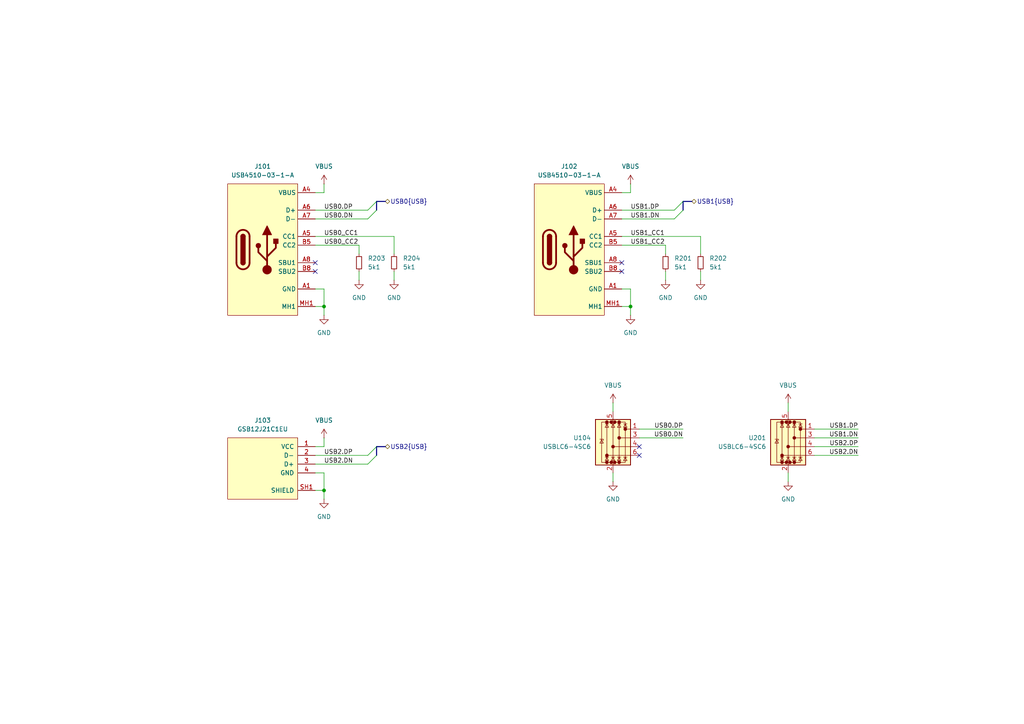
<source format=kicad_sch>
(kicad_sch (version 20250114) (generator "eeschema") (generator_version "9.0")
  (paper "A4")
  (lib_symbols
    (symbol "DEV:R_SMALL" (pin_numbers (hide yes)) (pin_names (offset 0.254) (hide yes))
      (property "Reference" "R" (at 0 0 90))
      (property "Value" "R_SMALL" (at 1.778 0 90))
      (symbol "R_SMALL_0_1"
        (rectangle (start -0.762 1.778) (end 0.762 -1.778) (stroke (width 0.2032)))
      )
      (symbol "R_SMALL_1_1"
        (pin passive line (at 0 2.54 270) (length 0.762) (name "~") (number "1"))
        (pin passive line (at 0 -2.54 90) (length 0.762) (name "~") (number "2"))
      )
    )
    (symbol "Power_Protection:USBLC6-4SC6" (pin_names (hide yes))
      (property "Reference" "U" (at 1.27 9.525 0))
      (property "Value" "USBLC6-4SC6" (at 1.27 6.985 0))
      (symbol "USBLC6-4SC6_0_0"
        (circle (center -3.556 2.54) (radius 0.0001) (stroke (width 0.508)))
        (circle (center -1.778 4.572) (radius 0.0001) (stroke (width 0.508)))
        (circle (center -1.778 0) (radius 0.0001) (stroke (width 0.508)))
        (circle (center -1.778 -7.112) (radius 0.0001) (stroke (width 0.508)))
        (circle (center -0.508 4.572) (radius 0.0001) (stroke (width 0.508)))
        (circle (center -0.508 -7.112) (radius 0.0001) (stroke (width 0.508)))
        (circle (center 0 -2.54) (radius 0.0001) (stroke (width 0.508)))
        (circle (center 0.508 4.572) (radius 0.0001) (stroke (width 0.508)))
        (circle (center 0.508 -7.112) (radius 0.0001) (stroke (width 0.508)))
        (circle (center 1.778 4.572) (radius 0.0001) (stroke (width 0.508)))
        (circle (center 1.778 -5.08) (radius 0.0001) (stroke (width 0.508)))
        (circle (center 1.778 -7.112) (radius 0.0001) (stroke (width 0.508)))
      )
      (symbol "USBLC6-4SC6_0_1"
        (polyline (pts (xy -5.08 2.54) (xy -3.556 2.54)))
        (polyline (pts (xy -5.08 0) (xy -1.778 0)))
        (polyline (pts (xy -5.08 -2.54) (xy 0 -2.54)))
        (polyline (pts (xy -5.08 -5.08) (xy 1.778 -5.08)))
        (polyline (pts (xy -4.064 3.048) (xy -3.048 3.048) (xy -3.556 4.064) (xy -4.064 3.048)))
        (polyline (pts (xy -4.064 -5.588) (xy -3.048 -5.588)))
        (polyline (pts (xy -3.048 4.064) (xy -4.064 4.064)))
        (polyline (pts (xy -3.048 -6.604) (xy -4.064 -6.604) (xy -3.556 -5.588) (xy -3.048 -6.604)))
        (polyline (pts (xy -2.286 4.064) (xy -1.27 4.064)))
        (polyline (pts (xy -2.286 -5.588) (xy -1.27 -5.588)))
        (polyline (pts (xy -1.27 3.048) (xy -2.286 3.048) (xy -1.778 4.064) (xy -1.27 3.048)))
        (polyline (pts (xy -1.27 -6.604) (xy -2.286 -6.604) (xy -1.778 -5.588) (xy -1.27 -6.604)))
        (polyline (pts (xy -0.508 3.048) (xy 0.508 3.048) (xy 0 4.064) (xy -0.508 3.048)))
        (polyline (pts (xy -0.508 -5.588) (xy 0.508 -5.588)))
        (polyline (pts (xy -0.508 -6.604) (xy 0.508 -6.604) (xy 0 -5.588) (xy -0.508 -6.604)))
        (polyline (pts (xy 0 5.08) (xy 0.508 4.572)))
        (polyline (pts (xy 0.508 4.064) (xy -0.508 4.064)))
        (polyline (pts (xy 0.508 -7.112) (xy -0.508 -7.112)))
        (polyline (pts (xy 1.27 4.064) (xy 2.286 4.064)))
        (polyline (pts (xy 1.27 -6.604) (xy 2.286 -6.604) (xy 1.778 -5.588) (xy 1.27 -6.604)))
        (polyline (pts (xy 1.778 4.572) (xy 3.302 4.572) (xy 3.302 -7.112) (xy 1.778 -7.112)))
        (polyline (pts (xy 2.286 3.048) (xy 1.27 3.048) (xy 1.778 4.064) (xy 2.286 3.048)))
        (polyline (pts (xy 2.286 -5.588) (xy 1.27 -5.588)))
        (polyline (pts (xy 2.794 -0.762) (xy 2.794 -0.381) (xy 3.81 -0.381)))
        (polyline (pts (xy 3.81 -1.524) (xy 2.794 -1.524) (xy 3.302 -0.508) (xy 3.81 -1.524)))
      )
      (symbol "USBLC6-4SC6_1_1"
        (rectangle (start -5.08 5.334) (end 5.08 -7.874) (stroke (width 0.254)) (fill (type background)))
        (polyline (pts (xy -1.778 4.572) (xy -3.556 4.572) (xy -3.556 -7.112) (xy -1.778 -7.112)))
        (polyline (pts (xy -0.508 4.572) (xy 1.778 4.572) (xy 1.778 -7.112) (xy 0.508 -7.112)))
        (polyline (pts (xy 0 -7.62) (xy -0.508 -7.112) (xy -1.778 -7.112) (xy -1.778 4.572) (xy -0.508 4.572)))
        (polyline (pts (xy 0.508 -7.112) (xy 0 -6.604) (xy 0 4.064) (xy -0.508 4.572)))
        (pin passive line (at -7.62 2.54 0) (length 2.54) (name "I/O1") (number "1"))
        (pin passive line (at -7.62 0 0) (length 2.54) (name "I/O2") (number "3"))
        (pin passive line (at -7.62 -2.54 0) (length 2.54) (name "I/O3") (number "4"))
        (pin passive line (at -7.62 -5.08 0) (length 2.54) (name "I/O4") (number "6"))
        (pin passive line (at 0 7.62 270) (length 2.54) (name "VBUS") (number "5"))
        (pin passive line (at 0 -10.16 90) (length 2.54) (name "GND") (number "2"))
      )
    )
    (symbol "USB-CONN:GSB12J21C1EU" (pin_names (offset 1.016))
      (property "Reference" "J" (at 0 5.08 0))
      (property "Value" "GSB12J21C1EU" (at 0 2.54 0))
      (symbol "GSB12J21C1EU_0_0"
        (pin power_in line (at -15.24 -2.54 0) (length 5.08) (name "VCC") (number "1"))
        (pin bidirectional line (at -15.24 -5.08 0) (length 5.08) (name "D-") (number "2"))
        (pin bidirectional line (at -15.24 -7.62 0) (length 5.08) (name "D+") (number "3"))
        (pin power_in line (at -15.24 -10.16 0) (length 5.08) (name "GND") (number "4"))
        (pin passive line (at -15.24 -15.24 0) (length 5.08) (name "SHIELD") (number "SH1"))
        (pin passive line (at -15.24 -15.24 0) (length 5.08) (hide yes) (name "SHIELD") (number "SH2"))
        (pin passive line (at -15.24 -15.24 0) (length 5.08) (hide yes) (name "SHIELD") (number "SH3"))
        (pin passive line (at -15.24 -15.24 0) (length 5.08) (hide yes) (name "SHIELD") (number "SH4"))
      )
      (symbol "GSB12J21C1EU_1_0"
        (rectangle (start -10.16 0) (end 10.16 -17.78) (fill (type background)))
      )
    )
    (symbol "USB-CONN:USB4510-03-1-A"
      (property "Reference" "J" (at 0 5.08 0))
      (property "Value" "USB4510-03-1-A" (at 0 2.54 0))
      (symbol "USB4510-03-1-A_0_1"
        (polyline (pts (xy -7.62 -22.86) (xy -7.62 -15.24)) (stroke (width 0.508)))
        (rectangle (start -6.35 -22.86) (end -5.08 -15.24) (stroke (width 0.254)) (fill (type outline)))
        (arc (start -6.35 -15.24) (mid -5.715 -14.6077) (end -5.08 -15.24) (stroke (width 0.254)))
        (arc (start -6.35 -15.24) (mid -5.715 -14.6077) (end -5.08 -15.24) (stroke (width 0.254)) (fill (type outline)))
        (arc (start -7.62 -15.24) (mid -5.715 -13.3433) (end -3.81 -15.24) (stroke (width 0.508)))
        (arc (start -3.81 -22.86) (mid -5.715 -24.7567) (end -7.62 -22.86) (stroke (width 0.508)))
        (arc (start -5.08 -22.86) (mid -5.715 -23.4923) (end -6.35 -22.86) (stroke (width 0.254)))
        (arc (start -5.08 -22.86) (mid -5.715 -23.4923) (end -6.35 -22.86) (stroke (width 0.254)) (fill (type outline)))
        (polyline (pts (xy -3.81 -15.24) (xy -3.81 -22.86)) (stroke (width 0.508)))
      )
      (symbol "USB4510-03-1-A_1_1"
        (rectangle (start -10.16 0) (end 10.16 -38.1) (fill (type background)))
        (circle (center -1.27 -17.907) (radius 0.635) (stroke (width 0.254)) (fill (type outline)))
        (polyline (pts (xy 0 -14.732) (xy 1.27 -12.192) (xy 2.54 -14.732) (xy 0 -14.732)) (stroke (width 0.254)) (fill (type outline)))
        (polyline (pts (xy 1.27 -21.082) (xy 3.81 -18.542) (xy 3.81 -17.272)) (stroke (width 0.508)))
        (polyline (pts (xy 1.27 -22.352) (xy -1.27 -19.812) (xy -1.27 -18.542)) (stroke (width 0.508)))
        (polyline (pts (xy 1.27 -24.892) (xy 1.27 -14.732)) (stroke (width 0.508)))
        (circle (center 1.27 -24.892) (radius 1.27) (fill (type outline)))
        (rectangle (start 3.175 -17.272) (end 4.445 -16.002) (stroke (width 0.254)) (fill (type outline)))
        (pin passive line (at 15.24 -2.54 180) (length 5.08) (name "VBUS") (number "A4"))
        (pin passive line (at 15.24 -2.54 180) (length 5.08) (hide yes) (name "VBUS") (number "A9"))
        (pin bidirectional line (at 15.24 -7.62 180) (length 5.08) (name "D+") (number "A6"))
        (pin passive line (at 15.24 -7.62 180) (length 5.08) (hide yes) (name "D+") (number "B6"))
        (pin bidirectional line (at 15.24 -10.16 180) (length 5.08) (name "D-") (number "A7"))
        (pin passive line (at 15.24 -10.16 180) (length 5.08) (hide yes) (name "D-") (number "B7"))
        (pin bidirectional line (at 15.24 -15.24 180) (length 5.08) (name "CC1") (number "A5"))
        (pin bidirectional line (at 15.24 -17.78 180) (length 5.08) (name "CC2") (number "B5"))
        (pin bidirectional line (at 15.24 -22.86 180) (length 5.08) (name "SBU1") (number "A8"))
        (pin bidirectional line (at 15.24 -25.4 180) (length 5.08) (name "SBU2") (number "B8"))
        (pin passive line (at 15.24 -30.48 180) (length 5.08) (name "GND") (number "A1"))
        (pin passive line (at 15.24 -30.48 180) (length 5.08) (hide yes) (name "GND") (number "A12"))
        (pin passive line (at 15.24 -35.56 180) (length 5.08) (name "MH1") (number "MH1"))
        (pin passive line (at 15.24 -35.56 180) (length 5.08) (hide yes) (name "MH2") (number "MH2"))
        (pin passive line (at 15.24 -35.56 180) (length 5.08) (hide yes) (name "MH3") (number "MH3"))
        (pin passive line (at 15.24 -35.56 180) (length 5.08) (hide yes) (name "MH4") (number "MH4"))
      )
    )
    (symbol "power:GND" (power) (pin_numbers (hide yes)) (pin_names (offset 0) (hide yes))
      (property "Value" "GND" (at 0 -3.81 0))
      (symbol "GND_0_1"
        (polyline (pts (xy 0 0) (xy 0 -1.27) (xy 1.27 -1.27) (xy 0 -2.54) (xy -1.27 -1.27) (xy 0 -1.27)))
      )
      (symbol "GND_1_1"
        (pin power_in line (at 0 0 270) (length 0) (name "~") (number "1"))
      )
    )
    (symbol "power:VBUS" (power) (pin_numbers (hide yes)) (pin_names (offset 0) (hide yes))
      (property "Value" "VBUS" (at 0 3.556 0))
      (symbol "VBUS_0_1"
        (polyline (pts (xy -0.762 1.27) (xy 0 2.54)))
        (polyline (pts (xy 0 2.54) (xy 0.762 1.27)))
        (polyline (pts (xy 0 0) (xy 0 2.54)))
      )
      (symbol "VBUS_1_1"
        (pin power_in line (at 0 0 90) (length 0) (name "~") (number "1"))
      )
    )
  )
  (bus_alias "USB" (members "DP" "DN"))
  (junction (at 182.88 88.9))
  (junction (at 93.98 88.9))
  (junction (at 93.98 142.24))
  (no_connect (at 185.42 132.08))
  (no_connect (at 91.44 78.74))
  (no_connect (at 180.34 78.74))
  (no_connect (at 180.34 76.2))
  (no_connect (at 91.44 76.2))
  (no_connect (at 185.42 129.54))
  (bus_entry (at 109.22 60.96) (size -2.54 2.54))
  (bus_entry (at 109.22 58.42) (size -2.54 2.54))
  (bus_entry (at 198.12 60.96) (size -2.54 2.54))
  (bus_entry (at 109.22 132.08) (size -2.54 2.54))
  (bus_entry (at 198.12 58.42) (size -2.54 2.54))
  (bus_entry (at 109.22 129.54) (size -2.54 2.54))
  (wire (pts (xy 193.04 78.74) (xy 193.04 81.28)))
  (wire (pts (xy 236.22 132.08) (xy 248.92 132.08)))
  (wire (pts (xy 93.98 55.88) (xy 91.44 55.88)))
  (wire (pts (xy 228.6 137.16) (xy 228.6 139.7)))
  (wire (pts (xy 198.12 127) (xy 185.42 127)))
  (wire (pts (xy 177.8 116.84) (xy 177.8 119.38)))
  (wire (pts (xy 93.98 88.9) (xy 93.98 91.44)))
  (bus (pts (xy 111.76 58.42) (xy 109.22 58.42)))
  (wire (pts (xy 180.34 71.12) (xy 193.04 71.12)))
  (wire (pts (xy 114.3 68.58) (xy 114.3 73.66)))
  (wire (pts (xy 91.44 71.12) (xy 104.14 71.12)))
  (wire (pts (xy 91.44 134.62) (xy 106.68 134.62)))
  (wire (pts (xy 91.44 142.24) (xy 93.98 142.24)))
  (wire (pts (xy 93.98 127) (xy 93.98 129.54)))
  (wire (pts (xy 104.14 71.12) (xy 104.14 73.66)))
  (wire (pts (xy 93.98 142.24) (xy 93.98 144.78)))
  (wire (pts (xy 180.34 60.96) (xy 195.58 60.96)))
  (wire (pts (xy 228.6 116.84) (xy 228.6 119.38)))
  (wire (pts (xy 93.98 137.16) (xy 93.98 142.24)))
  (wire (pts (xy 93.98 83.82) (xy 93.98 88.9)))
  (wire (pts (xy 193.04 71.12) (xy 193.04 73.66)))
  (wire (pts (xy 248.92 127) (xy 236.22 127)))
  (wire (pts (xy 177.8 137.16) (xy 177.8 139.7)))
  (bus (pts (xy 109.22 58.42) (xy 109.22 60.96)))
  (wire (pts (xy 198.12 124.46) (xy 185.42 124.46)))
  (wire (pts (xy 114.3 78.74) (xy 114.3 81.28)))
  (wire (pts (xy 91.44 88.9) (xy 93.98 88.9)))
  (bus (pts (xy 198.12 58.42) (xy 198.12 60.96)))
  (wire (pts (xy 91.44 63.5) (xy 106.68 63.5)))
  (wire (pts (xy 180.34 55.88) (xy 182.88 55.88)))
  (wire (pts (xy 236.22 129.54) (xy 248.92 129.54)))
  (wire (pts (xy 180.34 83.82) (xy 182.88 83.82)))
  (wire (pts (xy 180.34 88.9) (xy 182.88 88.9)))
  (wire (pts (xy 91.44 68.58) (xy 114.3 68.58)))
  (wire (pts (xy 91.44 132.08) (xy 106.68 132.08)))
  (wire (pts (xy 182.88 53.34) (xy 182.88 55.88)))
  (wire (pts (xy 203.2 78.74) (xy 203.2 81.28)))
  (bus (pts (xy 109.22 129.54) (xy 109.22 132.08)))
  (wire (pts (xy 203.2 68.58) (xy 203.2 73.66)))
  (wire (pts (xy 91.44 137.16) (xy 93.98 137.16)))
  (wire (pts (xy 91.44 60.96) (xy 106.68 60.96)))
  (wire (pts (xy 93.98 53.34) (xy 93.98 55.88)))
  (wire (pts (xy 180.34 63.5) (xy 195.58 63.5)))
  (wire (pts (xy 91.44 83.82) (xy 93.98 83.82)))
  (wire (pts (xy 182.88 83.82) (xy 182.88 88.9)))
  (wire (pts (xy 91.44 129.54) (xy 93.98 129.54)))
  (wire (pts (xy 182.88 88.9) (xy 182.88 91.44)))
  (bus (pts (xy 111.76 129.54) (xy 109.22 129.54)))
  (bus (pts (xy 200.66 58.42) (xy 198.12 58.42)))
  (wire (pts (xy 248.92 124.46) (xy 236.22 124.46)))
  (wire (pts (xy 104.14 78.74) (xy 104.14 81.28)))
  (wire (pts (xy 180.34 68.58) (xy 203.2 68.58)))
  (label "USB2.DP" (at 93.98 132.08 0))
  (label "USB1.DN" (at 248.92 127 180))
  (label "USB1.DP" (at 182.88 60.96 0))
  (label "USB2.DN" (at 248.92 132.08 180))
  (label "USB0.DN" (at 93.98 63.5 0))
  (label "USB0.DP" (at 198.12 124.46 180))
  (label "USB0.DN" (at 198.12 127 180))
  (label "USB1.DN" (at 182.88 63.5 0))
  (label "USB0_CC2" (at 93.98 71.12 0))
  (label "USB1_CC2" (at 182.88 71.12 0))
  (label "USB2.DP" (at 248.92 129.54 180))
  (label "USB2.DN" (at 93.98 134.62 0))
  (label "USB0.DP" (at 93.98 60.96 0))
  (label "USB0_CC1" (at 93.98 68.58 0))
  (label "USB1.DP" (at 248.92 124.46 180))
  (label "USB1_CC1" (at 182.88 68.58 0))
  (hierarchical_label "USB2{USB}" (shape bidirectional) (at 111.76 129.54 0))
  (hierarchical_label "USB0{USB}" (shape bidirectional) (at 111.76 58.42 0))
  (hierarchical_label "USB1{USB}" (shape bidirectional) (at 200.66 58.42 0))
  (symbol (lib_id "power:VBUS") (at 93.98 53.34 0) (unit 1)
    (property "Reference" "#PWR0201" (effects (hide yes)))
    (property "Value" "VBUS" (at 93.98 48.26 0))
    (property "Description" "Power symbol creates a global label with name \"VBUS\"" (effects (hide yes)))
  )
  (symbol (lib_id "USB-CONN:USB4510-03-1-A") (at 165.1 53.34 0) (unit 1)
    (property "Reference" "J102" (at 165.1 48.26 0))
    (property "Value" "USB4510-03-1-A" (at 165.1 50.8 0))
    (property "Footprint" "project_footprints:USB4510031A" (effects (hide yes)))
    (property "Datasheet" "https://gct.co/files/drawings/usb4510.pdf" (effects (hide yes)))
    (property "Description" "USB Connectors USB C Rec 16P 3u\" Mid Mnt 1.6mm O-set SMT L = 6.5mm S-Spring" (effects (hide yes)))
    (property "Height" "3.36" (effects (hide yes)))
    (property "Mouser Part Number" "640-USB4510031A" (effects (hide yes)))
    (property "Mouser Price/Stock" "https://www.mouser.co.uk/ProductDetail/GCT/USB4510-03-1-A?qs=7D1LtPJG0i3iod3O3OZ7LA%3D%3D" (effects (hide yes)))
    (property "Manufacturer_Name" "GCT (GLOBAL CONNECTOR TECHNOLOGY)" (effects (hide yes)))
    (property "Manufacturer_Part_Number" "USB4510-03-1-A" (effects (hide yes)))
  )
  (symbol (lib_id "power:GND") (at 177.8 139.7 0) (mirror y) (unit 1)
    (property "Reference" "#PWR0142" (effects (hide yes)))
    (property "Value" "GND" (at 177.8 144.78 0))
    (property "Description" "Power symbol creates a global label with name \"GND\" , ground" (effects (hide yes)))
  )
  (symbol (lib_id "Power_Protection:USBLC6-4SC6") (at 228.6 127 0) (mirror y) (unit 1)
    (property "Reference" "U201" (at 222.25 126.9999 0) (effects (justify left)))
    (property "Value" "USBLC6-4SC6" (at 222.25 129.5399 0) (effects (justify left)))
    (property "Footprint" "Package_TO_SOT_SMD:SOT-23-6" (effects (hide yes)))
    (property "Datasheet" "https://www.st.com/resource/en/datasheet/usblc6-4.pdf" (effects (hide yes)))
    (property "Description" "Very low capacitance ESD protection diode, 4 data-line, SOT-23-6" (effects (hide yes)))
  )
  (symbol (lib_id "power:GND") (at 104.14 81.28 0) (unit 1)
    (property "Reference" "#PWR0211" (effects (hide yes)))
    (property "Value" "GND" (at 104.14 86.36 0))
    (property "Description" "Power symbol creates a global label with name \"GND\" , ground" (effects (hide yes)))
  )
  (symbol (lib_id "power:GND") (at 93.98 144.78 0) (unit 1)
    (property "Reference" "#PWR0204" (effects (hide yes)))
    (property "Value" "GND" (at 93.98 149.86 0))
    (property "Description" "Power symbol creates a global label with name \"GND\" , ground" (effects (hide yes)))
  )
  (symbol (lib_id "USB-CONN:GSB12J21C1EU") (at 76.2 127 0) (mirror y) (unit 1)
    (property "Reference" "J103" (at 76.2 121.92 0))
    (property "Value" "GSB12J21C1EU" (at 76.2 124.46 0))
    (property "Footprint" "project_footprints:GSB12J21C1EU" (effects (hide yes)))
    (property "Manufacturer" "Amphenol Commercial Products" (effects (hide yes)))
  )
  (symbol (lib_id "power:VBUS") (at 182.88 53.34 0) (unit 1)
    (property "Reference" "#PWR0202" (effects (hide yes)))
    (property "Value" "VBUS" (at 182.88 48.26 0))
    (property "Description" "Power symbol creates a global label with name \"VBUS\"" (effects (hide yes)))
  )
  (symbol (lib_id "power:GND") (at 114.3 81.28 0) (unit 1)
    (property "Reference" "#PWR0212" (effects (hide yes)))
    (property "Value" "GND" (at 114.3 86.36 0))
    (property "Description" "Power symbol creates a global label with name \"GND\" , ground" (effects (hide yes)))
  )
  (symbol (lib_id "power:GND") (at 182.88 91.44 0) (unit 1)
    (property "Reference" "#PWR0205" (effects (hide yes)))
    (property "Value" "GND" (at 182.88 96.52 0))
    (property "Description" "Power symbol creates a global label with name \"GND\" , ground" (effects (hide yes)))
  )
  (symbol (lib_id "DEV:R_SMALL") (at 104.14 76.2 0) (unit 1)
    (property "Reference" "R203" (at 106.68 74.9299 0) (effects (justify left)))
    (property "Value" "5k1" (at 106.68 77.4699 0) (effects (justify left)))
    (property "Footprint" "project_footprints:R_0402" (effects (hide yes)))
    (property "Description" "Resistor, small symbol" (effects (hide yes)))
  )
  (symbol (lib_id "power:VBUS") (at 177.8 116.84 0) (mirror y) (unit 1)
    (property "Reference" "#PWR0141" (effects (hide yes)))
    (property "Value" "VBUS" (at 177.8 111.76 0))
    (property "Description" "Power symbol creates a global label with name \"VBUS\"" (effects (hide yes)))
  )
  (symbol (lib_id "DEV:R_SMALL") (at 114.3 76.2 0) (unit 1)
    (property "Reference" "R204" (at 116.84 74.9299 0) (effects (justify left)))
    (property "Value" "5k1" (at 116.84 77.4699 0) (effects (justify left)))
    (property "Footprint" "project_footprints:R_0402" (effects (hide yes)))
    (property "Description" "Resistor, small symbol" (effects (hide yes)))
  )
  (symbol (lib_id "DEV:R_SMALL") (at 203.2 76.2 0) (unit 1)
    (property "Reference" "R202" (at 205.74 74.9299 0) (effects (justify left)))
    (property "Value" "5k1" (at 205.74 77.4699 0) (effects (justify left)))
    (property "Footprint" "project_footprints:R_0402" (effects (hide yes)))
    (property "Description" "Resistor, small symbol" (effects (hide yes)))
  )
  (symbol (lib_id "power:GND") (at 93.98 91.44 0) (unit 1)
    (property "Reference" "#PWR0206" (effects (hide yes)))
    (property "Value" "GND" (at 93.98 96.52 0))
    (property "Description" "Power symbol creates a global label with name \"GND\" , ground" (effects (hide yes)))
  )
  (symbol (lib_id "power:VBUS") (at 228.6 116.84 0) (mirror y) (unit 1)
    (property "Reference" "#PWR0209" (effects (hide yes)))
    (property "Value" "VBUS" (at 228.6 111.76 0))
    (property "Description" "Power symbol creates a global label with name \"VBUS\"" (effects (hide yes)))
  )
  (symbol (lib_id "USB-CONN:USB4510-03-1-A") (at 76.2 53.34 0) (unit 1)
    (property "Reference" "J101" (at 76.2 48.26 0))
    (property "Value" "USB4510-03-1-A" (at 76.2 50.8 0))
    (property "Footprint" "project_footprints:USB4510031A" (effects (hide yes)))
    (property "Datasheet" "https://gct.co/files/drawings/usb4510.pdf" (effects (hide yes)))
    (property "Description" "USB Connectors USB C Rec 16P 3u\" Mid Mnt 1.6mm O-set SMT L = 6.5mm S-Spring" (effects (hide yes)))
    (property "Height" "3.36" (effects (hide yes)))
    (property "Mouser Part Number" "640-USB4510031A" (effects (hide yes)))
    (property "Mouser Price/Stock" "https://www.mouser.co.uk/ProductDetail/GCT/USB4510-03-1-A?qs=7D1LtPJG0i3iod3O3OZ7LA%3D%3D" (effects (hide yes)))
    (property "Manufacturer_Name" "GCT (GLOBAL CONNECTOR TECHNOLOGY)" (effects (hide yes)))
    (property "Manufacturer_Part_Number" "USB4510-03-1-A" (effects (hide yes)))
  )
  (symbol (lib_id "power:GND") (at 203.2 81.28 0) (unit 1)
    (property "Reference" "#PWR0208" (effects (hide yes)))
    (property "Value" "GND" (at 203.2 86.36 0))
    (property "Description" "Power symbol creates a global label with name \"GND\" , ground" (effects (hide yes)))
  )
  (symbol (lib_id "DEV:R_SMALL") (at 193.04 76.2 0) (unit 1)
    (property "Reference" "R201" (at 195.58 74.9299 0) (effects (justify left)))
    (property "Value" "5k1" (at 195.58 77.4699 0) (effects (justify left)))
    (property "Footprint" "project_footprints:R_0402" (effects (hide yes)))
    (property "Description" "Resistor, small symbol" (effects (hide yes)))
  )
  (symbol (lib_id "power:GND") (at 228.6 139.7 0) (mirror y) (unit 1)
    (property "Reference" "#PWR0210" (effects (hide yes)))
    (property "Value" "GND" (at 228.6 144.78 0))
    (property "Description" "Power symbol creates a global label with name \"GND\" , ground" (effects (hide yes)))
  )
  (symbol (lib_id "power:GND") (at 193.04 81.28 0) (unit 1)
    (property "Reference" "#PWR0207" (effects (hide yes)))
    (property "Value" "GND" (at 193.04 86.36 0))
    (property "Description" "Power symbol creates a global label with name \"GND\" , ground" (effects (hide yes)))
  )
  (symbol (lib_id "power:VBUS") (at 93.98 127 0) (unit 1)
    (property "Reference" "#PWR0203" (effects (hide yes)))
    (property "Value" "VBUS" (at 93.98 121.92 0))
    (property "Description" "Power symbol creates a global label with name \"VBUS\"" (effects (hide yes)))
  )
  (symbol (lib_id "Power_Protection:USBLC6-4SC6") (at 177.8 127 0) (mirror y) (unit 1)
    (property "Reference" "U104" (at 171.45 126.9999 0) (effects (justify left)))
    (property "Value" "USBLC6-4SC6" (at 171.45 129.5399 0) (effects (justify left)))
    (property "Footprint" "Package_TO_SOT_SMD:SOT-23-6" (effects (hide yes)))
    (property "Datasheet" "https://www.st.com/resource/en/datasheet/usblc6-4.pdf" (effects (hide yes)))
    (property "Description" "Very low capacitance ESD protection diode, 4 data-line, SOT-23-6" (effects (hide yes)))
  )
)
</source>
